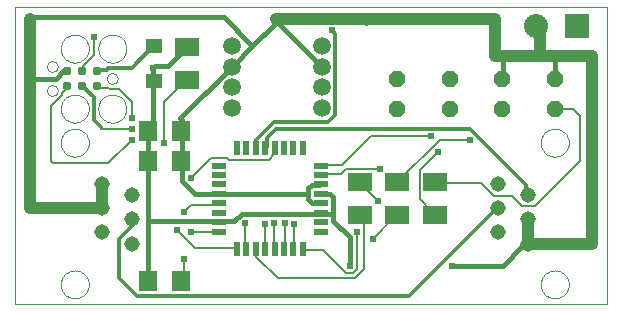
<source format=gbl>
G75*
G70*
%OFA0B0*%
%FSLAX24Y24*%
%IPPOS*%
%LPD*%
%AMOC8*
5,1,8,0,0,1.08239X$1,22.5*
%
%ADD10C,0.0000*%
%ADD11R,0.0500X0.0220*%
%ADD12R,0.0220X0.0500*%
%ADD13R,0.0787X0.0630*%
%ADD14OC8,0.0520*%
%ADD15R,0.0800X0.0800*%
%ADD16C,0.0800*%
%ADD17R,0.0630X0.0709*%
%ADD18C,0.0515*%
%ADD19C,0.0594*%
%ADD20C,0.0310*%
%ADD21R,0.0551X0.0472*%
%ADD22C,0.0400*%
%ADD23C,0.0180*%
%ADD24C,0.0240*%
%ADD25C,0.0080*%
%ADD26C,0.0120*%
D10*
X000483Y000350D02*
X000483Y010221D01*
X020228Y010221D01*
X020228Y000350D01*
X000483Y000350D01*
X002018Y000988D02*
X002020Y001031D01*
X002026Y001073D01*
X002036Y001115D01*
X002049Y001156D01*
X002067Y001195D01*
X002088Y001233D01*
X002112Y001268D01*
X002139Y001301D01*
X002170Y001332D01*
X002203Y001359D01*
X002238Y001383D01*
X002276Y001404D01*
X002315Y001422D01*
X002356Y001435D01*
X002398Y001445D01*
X002440Y001451D01*
X002483Y001453D01*
X002526Y001451D01*
X002568Y001445D01*
X002610Y001435D01*
X002651Y001422D01*
X002690Y001404D01*
X002728Y001383D01*
X002763Y001359D01*
X002796Y001332D01*
X002827Y001301D01*
X002854Y001268D01*
X002878Y001233D01*
X002899Y001195D01*
X002917Y001156D01*
X002930Y001115D01*
X002940Y001073D01*
X002946Y001031D01*
X002948Y000988D01*
X002946Y000945D01*
X002940Y000903D01*
X002930Y000861D01*
X002917Y000820D01*
X002899Y000781D01*
X002878Y000743D01*
X002854Y000708D01*
X002827Y000675D01*
X002796Y000644D01*
X002763Y000617D01*
X002728Y000593D01*
X002690Y000572D01*
X002651Y000554D01*
X002610Y000541D01*
X002568Y000531D01*
X002526Y000525D01*
X002483Y000523D01*
X002440Y000525D01*
X002398Y000531D01*
X002356Y000541D01*
X002315Y000554D01*
X002276Y000572D01*
X002238Y000593D01*
X002203Y000617D01*
X002170Y000644D01*
X002139Y000675D01*
X002112Y000708D01*
X002088Y000743D01*
X002067Y000781D01*
X002049Y000820D01*
X002036Y000861D01*
X002026Y000903D01*
X002020Y000945D01*
X002018Y000988D01*
X002018Y005712D02*
X002020Y005755D01*
X002026Y005797D01*
X002036Y005839D01*
X002049Y005880D01*
X002067Y005919D01*
X002088Y005957D01*
X002112Y005992D01*
X002139Y006025D01*
X002170Y006056D01*
X002203Y006083D01*
X002238Y006107D01*
X002276Y006128D01*
X002315Y006146D01*
X002356Y006159D01*
X002398Y006169D01*
X002440Y006175D01*
X002483Y006177D01*
X002526Y006175D01*
X002568Y006169D01*
X002610Y006159D01*
X002651Y006146D01*
X002690Y006128D01*
X002728Y006107D01*
X002763Y006083D01*
X002796Y006056D01*
X002827Y006025D01*
X002854Y005992D01*
X002878Y005957D01*
X002899Y005919D01*
X002917Y005880D01*
X002930Y005839D01*
X002940Y005797D01*
X002946Y005755D01*
X002948Y005712D01*
X002946Y005669D01*
X002940Y005627D01*
X002930Y005585D01*
X002917Y005544D01*
X002899Y005505D01*
X002878Y005467D01*
X002854Y005432D01*
X002827Y005399D01*
X002796Y005368D01*
X002763Y005341D01*
X002728Y005317D01*
X002690Y005296D01*
X002651Y005278D01*
X002610Y005265D01*
X002568Y005255D01*
X002526Y005249D01*
X002483Y005247D01*
X002440Y005249D01*
X002398Y005255D01*
X002356Y005265D01*
X002315Y005278D01*
X002276Y005296D01*
X002238Y005317D01*
X002203Y005341D01*
X002170Y005368D01*
X002139Y005399D01*
X002112Y005432D01*
X002088Y005467D01*
X002067Y005505D01*
X002049Y005544D01*
X002036Y005585D01*
X002026Y005627D01*
X002020Y005669D01*
X002018Y005712D01*
X002016Y006850D02*
X002018Y006893D01*
X002024Y006936D01*
X002034Y006978D01*
X002048Y007019D01*
X002065Y007058D01*
X002086Y007096D01*
X002110Y007131D01*
X002138Y007165D01*
X002168Y007195D01*
X002202Y007223D01*
X002237Y007247D01*
X002275Y007268D01*
X002314Y007285D01*
X002355Y007299D01*
X002397Y007309D01*
X002440Y007315D01*
X002483Y007317D01*
X002526Y007315D01*
X002569Y007309D01*
X002611Y007299D01*
X002652Y007285D01*
X002691Y007268D01*
X002729Y007247D01*
X002764Y007223D01*
X002798Y007195D01*
X002828Y007165D01*
X002856Y007131D01*
X002880Y007096D01*
X002901Y007058D01*
X002918Y007019D01*
X002932Y006978D01*
X002942Y006936D01*
X002948Y006893D01*
X002950Y006850D01*
X002948Y006807D01*
X002942Y006764D01*
X002932Y006722D01*
X002918Y006681D01*
X002901Y006642D01*
X002880Y006604D01*
X002856Y006569D01*
X002828Y006535D01*
X002798Y006505D01*
X002764Y006477D01*
X002729Y006453D01*
X002691Y006432D01*
X002652Y006415D01*
X002611Y006401D01*
X002569Y006391D01*
X002526Y006385D01*
X002483Y006383D01*
X002440Y006385D01*
X002397Y006391D01*
X002355Y006401D01*
X002314Y006415D01*
X002275Y006432D01*
X002237Y006453D01*
X002202Y006477D01*
X002168Y006505D01*
X002138Y006535D01*
X002110Y006569D01*
X002086Y006604D01*
X002065Y006642D01*
X002048Y006681D01*
X002034Y006722D01*
X002024Y006764D01*
X002018Y006807D01*
X002016Y006850D01*
X001558Y007450D02*
X001560Y007476D01*
X001566Y007502D01*
X001575Y007526D01*
X001588Y007549D01*
X001605Y007569D01*
X001624Y007587D01*
X001646Y007602D01*
X001669Y007613D01*
X001694Y007621D01*
X001720Y007625D01*
X001746Y007625D01*
X001772Y007621D01*
X001797Y007613D01*
X001821Y007602D01*
X001842Y007587D01*
X001861Y007569D01*
X001878Y007549D01*
X001891Y007526D01*
X001900Y007502D01*
X001906Y007476D01*
X001908Y007450D01*
X001906Y007424D01*
X001900Y007398D01*
X001891Y007374D01*
X001878Y007351D01*
X001861Y007331D01*
X001842Y007313D01*
X001820Y007298D01*
X001797Y007287D01*
X001772Y007279D01*
X001746Y007275D01*
X001720Y007275D01*
X001694Y007279D01*
X001669Y007287D01*
X001645Y007298D01*
X001624Y007313D01*
X001605Y007331D01*
X001588Y007351D01*
X001575Y007374D01*
X001566Y007398D01*
X001560Y007424D01*
X001558Y007450D01*
X001558Y008250D02*
X001560Y008276D01*
X001566Y008302D01*
X001575Y008326D01*
X001588Y008349D01*
X001605Y008369D01*
X001624Y008387D01*
X001646Y008402D01*
X001669Y008413D01*
X001694Y008421D01*
X001720Y008425D01*
X001746Y008425D01*
X001772Y008421D01*
X001797Y008413D01*
X001821Y008402D01*
X001842Y008387D01*
X001861Y008369D01*
X001878Y008349D01*
X001891Y008326D01*
X001900Y008302D01*
X001906Y008276D01*
X001908Y008250D01*
X001906Y008224D01*
X001900Y008198D01*
X001891Y008174D01*
X001878Y008151D01*
X001861Y008131D01*
X001842Y008113D01*
X001820Y008098D01*
X001797Y008087D01*
X001772Y008079D01*
X001746Y008075D01*
X001720Y008075D01*
X001694Y008079D01*
X001669Y008087D01*
X001645Y008098D01*
X001624Y008113D01*
X001605Y008131D01*
X001588Y008151D01*
X001575Y008174D01*
X001566Y008198D01*
X001560Y008224D01*
X001558Y008250D01*
X002016Y008850D02*
X002018Y008893D01*
X002024Y008936D01*
X002034Y008978D01*
X002048Y009019D01*
X002065Y009058D01*
X002086Y009096D01*
X002110Y009131D01*
X002138Y009165D01*
X002168Y009195D01*
X002202Y009223D01*
X002237Y009247D01*
X002275Y009268D01*
X002314Y009285D01*
X002355Y009299D01*
X002397Y009309D01*
X002440Y009315D01*
X002483Y009317D01*
X002526Y009315D01*
X002569Y009309D01*
X002611Y009299D01*
X002652Y009285D01*
X002691Y009268D01*
X002729Y009247D01*
X002764Y009223D01*
X002798Y009195D01*
X002828Y009165D01*
X002856Y009131D01*
X002880Y009096D01*
X002901Y009058D01*
X002918Y009019D01*
X002932Y008978D01*
X002942Y008936D01*
X002948Y008893D01*
X002950Y008850D01*
X002948Y008807D01*
X002942Y008764D01*
X002932Y008722D01*
X002918Y008681D01*
X002901Y008642D01*
X002880Y008604D01*
X002856Y008569D01*
X002828Y008535D01*
X002798Y008505D01*
X002764Y008477D01*
X002729Y008453D01*
X002691Y008432D01*
X002652Y008415D01*
X002611Y008401D01*
X002569Y008391D01*
X002526Y008385D01*
X002483Y008383D01*
X002440Y008385D01*
X002397Y008391D01*
X002355Y008401D01*
X002314Y008415D01*
X002275Y008432D01*
X002237Y008453D01*
X002202Y008477D01*
X002168Y008505D01*
X002138Y008535D01*
X002110Y008569D01*
X002086Y008604D01*
X002065Y008642D01*
X002048Y008681D01*
X002034Y008722D01*
X002024Y008764D01*
X002018Y008807D01*
X002016Y008850D01*
X003266Y008850D02*
X003268Y008893D01*
X003274Y008936D01*
X003284Y008978D01*
X003298Y009019D01*
X003315Y009058D01*
X003336Y009096D01*
X003360Y009131D01*
X003388Y009165D01*
X003418Y009195D01*
X003452Y009223D01*
X003487Y009247D01*
X003525Y009268D01*
X003564Y009285D01*
X003605Y009299D01*
X003647Y009309D01*
X003690Y009315D01*
X003733Y009317D01*
X003776Y009315D01*
X003819Y009309D01*
X003861Y009299D01*
X003902Y009285D01*
X003941Y009268D01*
X003979Y009247D01*
X004014Y009223D01*
X004048Y009195D01*
X004078Y009165D01*
X004106Y009131D01*
X004130Y009096D01*
X004151Y009058D01*
X004168Y009019D01*
X004182Y008978D01*
X004192Y008936D01*
X004198Y008893D01*
X004200Y008850D01*
X004198Y008807D01*
X004192Y008764D01*
X004182Y008722D01*
X004168Y008681D01*
X004151Y008642D01*
X004130Y008604D01*
X004106Y008569D01*
X004078Y008535D01*
X004048Y008505D01*
X004014Y008477D01*
X003979Y008453D01*
X003941Y008432D01*
X003902Y008415D01*
X003861Y008401D01*
X003819Y008391D01*
X003776Y008385D01*
X003733Y008383D01*
X003690Y008385D01*
X003647Y008391D01*
X003605Y008401D01*
X003564Y008415D01*
X003525Y008432D01*
X003487Y008453D01*
X003452Y008477D01*
X003418Y008505D01*
X003388Y008535D01*
X003360Y008569D01*
X003336Y008604D01*
X003315Y008642D01*
X003298Y008681D01*
X003284Y008722D01*
X003274Y008764D01*
X003268Y008807D01*
X003266Y008850D01*
X003558Y007850D02*
X003560Y007876D01*
X003566Y007902D01*
X003575Y007926D01*
X003588Y007949D01*
X003605Y007969D01*
X003624Y007987D01*
X003646Y008002D01*
X003669Y008013D01*
X003694Y008021D01*
X003720Y008025D01*
X003746Y008025D01*
X003772Y008021D01*
X003797Y008013D01*
X003821Y008002D01*
X003842Y007987D01*
X003861Y007969D01*
X003878Y007949D01*
X003891Y007926D01*
X003900Y007902D01*
X003906Y007876D01*
X003908Y007850D01*
X003906Y007824D01*
X003900Y007798D01*
X003891Y007774D01*
X003878Y007751D01*
X003861Y007731D01*
X003842Y007713D01*
X003820Y007698D01*
X003797Y007687D01*
X003772Y007679D01*
X003746Y007675D01*
X003720Y007675D01*
X003694Y007679D01*
X003669Y007687D01*
X003645Y007698D01*
X003624Y007713D01*
X003605Y007731D01*
X003588Y007751D01*
X003575Y007774D01*
X003566Y007798D01*
X003560Y007824D01*
X003558Y007850D01*
X003266Y006850D02*
X003268Y006893D01*
X003274Y006936D01*
X003284Y006978D01*
X003298Y007019D01*
X003315Y007058D01*
X003336Y007096D01*
X003360Y007131D01*
X003388Y007165D01*
X003418Y007195D01*
X003452Y007223D01*
X003487Y007247D01*
X003525Y007268D01*
X003564Y007285D01*
X003605Y007299D01*
X003647Y007309D01*
X003690Y007315D01*
X003733Y007317D01*
X003776Y007315D01*
X003819Y007309D01*
X003861Y007299D01*
X003902Y007285D01*
X003941Y007268D01*
X003979Y007247D01*
X004014Y007223D01*
X004048Y007195D01*
X004078Y007165D01*
X004106Y007131D01*
X004130Y007096D01*
X004151Y007058D01*
X004168Y007019D01*
X004182Y006978D01*
X004192Y006936D01*
X004198Y006893D01*
X004200Y006850D01*
X004198Y006807D01*
X004192Y006764D01*
X004182Y006722D01*
X004168Y006681D01*
X004151Y006642D01*
X004130Y006604D01*
X004106Y006569D01*
X004078Y006535D01*
X004048Y006505D01*
X004014Y006477D01*
X003979Y006453D01*
X003941Y006432D01*
X003902Y006415D01*
X003861Y006401D01*
X003819Y006391D01*
X003776Y006385D01*
X003733Y006383D01*
X003690Y006385D01*
X003647Y006391D01*
X003605Y006401D01*
X003564Y006415D01*
X003525Y006432D01*
X003487Y006453D01*
X003452Y006477D01*
X003418Y006505D01*
X003388Y006535D01*
X003360Y006569D01*
X003336Y006604D01*
X003315Y006642D01*
X003298Y006681D01*
X003284Y006722D01*
X003274Y006764D01*
X003268Y006807D01*
X003266Y006850D01*
X018018Y005712D02*
X018020Y005755D01*
X018026Y005797D01*
X018036Y005839D01*
X018049Y005880D01*
X018067Y005919D01*
X018088Y005957D01*
X018112Y005992D01*
X018139Y006025D01*
X018170Y006056D01*
X018203Y006083D01*
X018238Y006107D01*
X018276Y006128D01*
X018315Y006146D01*
X018356Y006159D01*
X018398Y006169D01*
X018440Y006175D01*
X018483Y006177D01*
X018526Y006175D01*
X018568Y006169D01*
X018610Y006159D01*
X018651Y006146D01*
X018690Y006128D01*
X018728Y006107D01*
X018763Y006083D01*
X018796Y006056D01*
X018827Y006025D01*
X018854Y005992D01*
X018878Y005957D01*
X018899Y005919D01*
X018917Y005880D01*
X018930Y005839D01*
X018940Y005797D01*
X018946Y005755D01*
X018948Y005712D01*
X018946Y005669D01*
X018940Y005627D01*
X018930Y005585D01*
X018917Y005544D01*
X018899Y005505D01*
X018878Y005467D01*
X018854Y005432D01*
X018827Y005399D01*
X018796Y005368D01*
X018763Y005341D01*
X018728Y005317D01*
X018690Y005296D01*
X018651Y005278D01*
X018610Y005265D01*
X018568Y005255D01*
X018526Y005249D01*
X018483Y005247D01*
X018440Y005249D01*
X018398Y005255D01*
X018356Y005265D01*
X018315Y005278D01*
X018276Y005296D01*
X018238Y005317D01*
X018203Y005341D01*
X018170Y005368D01*
X018139Y005399D01*
X018112Y005432D01*
X018088Y005467D01*
X018067Y005505D01*
X018049Y005544D01*
X018036Y005585D01*
X018026Y005627D01*
X018020Y005669D01*
X018018Y005712D01*
X018018Y000988D02*
X018020Y001031D01*
X018026Y001073D01*
X018036Y001115D01*
X018049Y001156D01*
X018067Y001195D01*
X018088Y001233D01*
X018112Y001268D01*
X018139Y001301D01*
X018170Y001332D01*
X018203Y001359D01*
X018238Y001383D01*
X018276Y001404D01*
X018315Y001422D01*
X018356Y001435D01*
X018398Y001445D01*
X018440Y001451D01*
X018483Y001453D01*
X018526Y001451D01*
X018568Y001445D01*
X018610Y001435D01*
X018651Y001422D01*
X018690Y001404D01*
X018728Y001383D01*
X018763Y001359D01*
X018796Y001332D01*
X018827Y001301D01*
X018854Y001268D01*
X018878Y001233D01*
X018899Y001195D01*
X018917Y001156D01*
X018930Y001115D01*
X018940Y001073D01*
X018946Y001031D01*
X018948Y000988D01*
X018946Y000945D01*
X018940Y000903D01*
X018930Y000861D01*
X018917Y000820D01*
X018899Y000781D01*
X018878Y000743D01*
X018854Y000708D01*
X018827Y000675D01*
X018796Y000644D01*
X018763Y000617D01*
X018728Y000593D01*
X018690Y000572D01*
X018651Y000554D01*
X018610Y000541D01*
X018568Y000531D01*
X018526Y000525D01*
X018483Y000523D01*
X018440Y000525D01*
X018398Y000531D01*
X018356Y000541D01*
X018315Y000554D01*
X018276Y000572D01*
X018238Y000593D01*
X018203Y000617D01*
X018170Y000644D01*
X018139Y000675D01*
X018112Y000708D01*
X018088Y000743D01*
X018067Y000781D01*
X018049Y000820D01*
X018036Y000861D01*
X018026Y000903D01*
X018020Y000945D01*
X018018Y000988D01*
D11*
X010673Y002748D03*
X010673Y003063D03*
X010673Y003378D03*
X010673Y003693D03*
X010673Y004007D03*
X010673Y004322D03*
X010673Y004637D03*
X010673Y004952D03*
X007293Y004952D03*
X007293Y004637D03*
X007293Y004322D03*
X007293Y004007D03*
X007293Y003693D03*
X007293Y003378D03*
X007293Y003063D03*
X007293Y002748D03*
D12*
X007880Y002160D03*
X008195Y002160D03*
X008510Y002160D03*
X008825Y002160D03*
X009140Y002160D03*
X009455Y002160D03*
X009770Y002160D03*
X010085Y002160D03*
X010085Y005540D03*
X009770Y005540D03*
X009455Y005540D03*
X009140Y005540D03*
X008825Y005540D03*
X008510Y005540D03*
X008195Y005540D03*
X007880Y005540D03*
D13*
X006233Y007799D03*
X006233Y008901D03*
X011983Y004401D03*
X013233Y004401D03*
X014483Y004401D03*
X014483Y003299D03*
X013233Y003299D03*
X011983Y003299D03*
D14*
X013233Y006850D03*
X014983Y006850D03*
X016733Y006850D03*
X016733Y007850D03*
X014983Y007850D03*
X013233Y007850D03*
X018483Y007850D03*
X018483Y006850D03*
D15*
X019233Y009600D03*
D16*
X017855Y009600D03*
D17*
X006034Y006100D03*
X004931Y006100D03*
X004931Y005100D03*
X006034Y005100D03*
X006034Y001100D03*
X004931Y001100D03*
D18*
X004388Y002350D03*
X003388Y002744D03*
X004388Y003153D03*
X003388Y003547D03*
X004388Y003956D03*
X003388Y004350D03*
X016577Y004350D03*
X017577Y003956D03*
X016577Y003547D03*
X017577Y003153D03*
X016577Y002744D03*
X017577Y002350D03*
D19*
X010733Y006869D03*
X010733Y007556D03*
X010733Y008244D03*
X010733Y008931D03*
X007733Y008931D03*
X007733Y008244D03*
X007733Y007556D03*
X007733Y006869D03*
D20*
X003233Y007600D03*
X002733Y007600D03*
X002233Y007600D03*
X002233Y008100D03*
X002733Y008100D03*
X003233Y008100D03*
D21*
X005108Y007759D03*
X005108Y008941D03*
D22*
X009183Y009850D02*
X009243Y009850D01*
X012183Y009850D01*
X016483Y009850D01*
X016483Y008600D01*
X016743Y008600D01*
X017983Y008600D01*
X017983Y009600D01*
X017855Y009600D01*
X017983Y008600D02*
X018483Y008600D01*
X019733Y008600D01*
X019733Y002350D01*
X017577Y002350D01*
X017577Y003153D01*
X011983Y003299D02*
X011983Y003350D01*
X003388Y003547D02*
X000983Y003547D01*
X000983Y007850D01*
X000983Y009850D01*
X003388Y004350D02*
X003388Y003547D01*
D23*
X004923Y003110D02*
X007263Y003110D01*
X007293Y003063D01*
X007323Y003110D01*
X007803Y003110D01*
X008043Y003350D01*
X010623Y003350D01*
X010673Y003378D01*
X010683Y003350D01*
X010983Y003350D01*
X011043Y003290D01*
X011103Y003350D01*
X011103Y003890D01*
X010983Y004010D01*
X010683Y004010D01*
X010673Y004007D01*
X010683Y003710D02*
X010673Y003693D01*
X010623Y003710D01*
X010383Y003710D01*
X010263Y003830D01*
X010263Y004010D01*
X007383Y004010D01*
X007293Y004007D01*
X007203Y004010D01*
X006483Y004010D01*
X006063Y004430D01*
X006063Y005090D01*
X006034Y005100D01*
X006063Y005150D01*
X006063Y006050D01*
X006034Y006100D01*
X006063Y006170D01*
X006063Y006470D01*
X006003Y006530D01*
X007683Y008210D01*
X007733Y008244D01*
X007743Y008270D01*
X008403Y008930D01*
X007443Y009890D01*
X001143Y009890D01*
X000983Y009850D01*
X002103Y008090D02*
X001863Y007850D01*
X000983Y007850D01*
X002103Y008090D02*
X002223Y008090D01*
X002233Y008100D01*
X005103Y008210D02*
X005103Y007790D01*
X005108Y007759D01*
X005103Y007670D01*
X005103Y006290D01*
X004983Y006170D01*
X004931Y006100D01*
X004923Y006050D01*
X004923Y005150D01*
X004931Y005100D01*
X004923Y005090D01*
X004923Y003110D01*
X004923Y001130D01*
X004931Y001100D01*
X007293Y004007D02*
X007323Y004010D01*
X010263Y004010D02*
X010263Y004190D01*
X010383Y004310D01*
X010623Y004310D01*
X010673Y004322D01*
X011043Y003290D02*
X011103Y003230D01*
X011103Y003110D01*
X011643Y002570D01*
X011643Y001610D01*
X015063Y001610D02*
X016743Y001610D01*
X017403Y002270D01*
X017577Y002350D01*
X016743Y007850D02*
X016733Y007850D01*
X016743Y007850D02*
X016743Y008600D01*
X018483Y008600D02*
X018483Y007850D01*
X012183Y009710D02*
X012183Y009850D01*
X010733Y008244D02*
X010683Y008270D01*
X009243Y009710D01*
X009243Y009850D01*
X009183Y009850D02*
X009183Y009710D01*
X008403Y008930D01*
X006233Y008901D02*
X006183Y008870D01*
X005583Y008270D01*
X005163Y008270D01*
X005103Y008210D01*
D24*
X005103Y008210D03*
X003123Y009230D03*
X004383Y006530D03*
X004383Y006170D03*
X004383Y005810D03*
X005463Y005690D03*
X006363Y004550D03*
X006123Y003410D03*
X005883Y002810D03*
X006363Y002750D03*
X006123Y001850D03*
X008163Y003050D03*
X008823Y002990D03*
X009123Y003050D03*
X009483Y003050D03*
X009783Y002990D03*
X011883Y002750D03*
X012423Y002510D03*
X011643Y001610D03*
X015063Y001610D03*
X012603Y003770D03*
X012663Y004850D03*
X014583Y005390D03*
X014343Y005930D03*
X015663Y005810D03*
X011043Y009470D03*
D25*
X006233Y007799D02*
X006183Y007790D01*
X005463Y007070D01*
X005463Y005690D01*
X004383Y005810D02*
X003603Y005030D01*
X001743Y005030D01*
X001683Y005090D01*
X001683Y006950D01*
X002043Y007310D01*
X002043Y007370D01*
X002223Y007550D01*
X002233Y007600D01*
X002733Y008100D02*
X002763Y008150D01*
X002763Y008270D01*
X003123Y008630D01*
X003123Y009230D01*
X003233Y007600D02*
X003243Y007550D01*
X003603Y007550D01*
X003663Y007490D01*
X003963Y007490D01*
X004383Y007070D01*
X004383Y006530D01*
X004383Y006170D02*
X003363Y006170D01*
X003358Y006225D01*
X006363Y004550D02*
X007023Y005210D01*
X007563Y005210D01*
X007623Y005150D01*
X008943Y005150D01*
X009123Y005330D01*
X009123Y005510D01*
X009140Y005540D01*
X010673Y004952D02*
X010683Y004970D01*
X011403Y004970D01*
X012363Y005930D01*
X014343Y005930D01*
X014643Y005810D02*
X015663Y005810D01*
X014643Y005810D02*
X013263Y004430D01*
X013233Y004401D01*
X013983Y004790D02*
X013983Y003830D01*
X014463Y003350D01*
X014483Y003299D01*
X013233Y003299D02*
X013203Y003290D01*
X012423Y002510D01*
X011883Y002750D02*
X011883Y001490D01*
X011763Y001370D01*
X011523Y001370D01*
X010743Y002150D01*
X010143Y002150D01*
X010085Y002160D01*
X009783Y002210D02*
X009770Y002160D01*
X009783Y002210D02*
X009783Y002990D01*
X009483Y003050D02*
X009483Y002210D01*
X009455Y002160D01*
X009140Y002160D02*
X009123Y002210D01*
X009123Y003050D01*
X008823Y002990D02*
X008823Y002210D01*
X008825Y002160D01*
X008523Y002150D02*
X008523Y001910D01*
X009243Y001190D01*
X011823Y001190D01*
X012123Y001490D01*
X012123Y003170D01*
X011983Y003299D01*
X012603Y003770D02*
X012003Y004370D01*
X011983Y004401D01*
X011523Y004850D02*
X011343Y004670D01*
X010683Y004670D01*
X010673Y004637D01*
X011523Y004850D02*
X012663Y004850D01*
X013983Y004790D02*
X014583Y005390D01*
X014483Y004401D02*
X014523Y004370D01*
X016023Y004370D01*
X016443Y003950D01*
X017043Y003950D01*
X017403Y003590D01*
X017823Y003590D01*
X019323Y005090D01*
X019323Y006590D01*
X019083Y006830D01*
X018483Y006830D01*
X018483Y006850D01*
X008523Y002150D02*
X008510Y002160D01*
X008195Y002160D02*
X008163Y002210D01*
X008163Y003050D01*
X007293Y002748D02*
X007263Y002750D01*
X006363Y002750D01*
X005883Y002810D02*
X006483Y002210D01*
X007863Y002210D01*
X007880Y002160D01*
X006123Y001850D02*
X006123Y001190D01*
X006063Y001130D01*
X006034Y001100D01*
X006123Y003410D02*
X006363Y003650D01*
X007263Y003650D01*
X007293Y003693D01*
D26*
X004388Y003153D02*
X004383Y003110D01*
X004383Y002930D01*
X003963Y002510D01*
X003963Y001190D01*
X004563Y000590D01*
X013623Y000590D01*
X016563Y003530D01*
X016577Y003547D01*
X017523Y004010D02*
X017577Y003956D01*
X017523Y004010D02*
X017523Y004310D01*
X015663Y006170D01*
X009183Y006170D01*
X008883Y005870D01*
X008883Y005570D01*
X008825Y005540D01*
X008523Y005570D02*
X008510Y005540D01*
X008523Y005630D01*
X008523Y005810D01*
X009123Y006410D01*
X010923Y006410D01*
X011163Y006650D01*
X011163Y009350D01*
X011043Y009470D01*
X005108Y008941D02*
X005103Y008930D01*
X004383Y008210D01*
X003603Y008210D01*
X003543Y008150D01*
X003243Y008150D01*
X003233Y008100D01*
X002733Y007600D02*
X003108Y007225D01*
X003108Y006475D01*
X003358Y006225D01*
M02*

</source>
